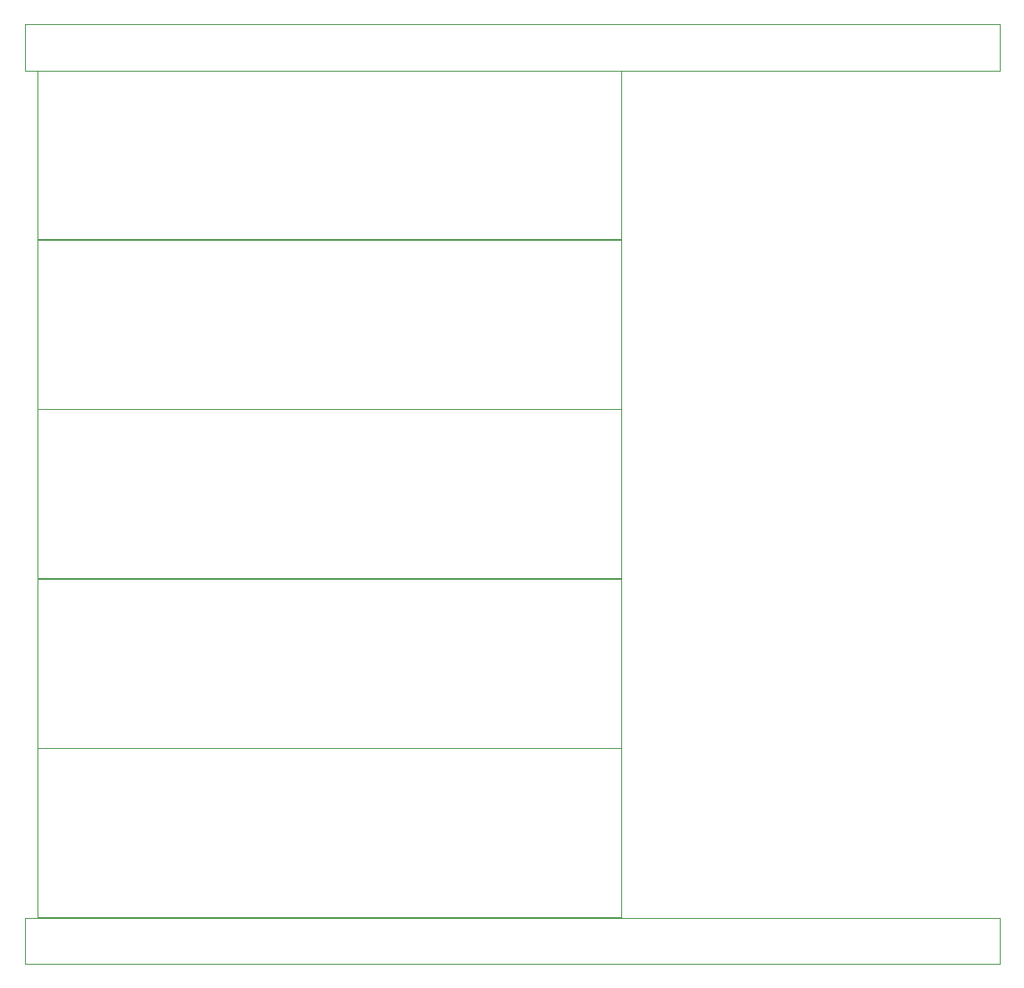
<source format=gbr>
%TF.GenerationSoftware,KiCad,Pcbnew,(6.0.1)*%
%TF.CreationDate,2022-05-20T08:55:55-05:00*%
%TF.ProjectId,modulo_2,6d6f6475-6c6f-45f3-922e-6b696361645f,rev?*%
%TF.SameCoordinates,Original*%
%TF.FileFunction,Profile,NP*%
%FSLAX46Y46*%
G04 Gerber Fmt 4.6, Leading zero omitted, Abs format (unit mm)*
G04 Created by KiCad (PCBNEW (6.0.1)) date 2022-05-20 08:55:55*
%MOMM*%
%LPD*%
G01*
G04 APERTURE LIST*
%TA.AperFunction,Profile*%
%ADD10C,0.050000*%
%TD*%
G04 APERTURE END LIST*
D10*
X61645757Y-59385200D02*
X120878557Y-59385200D01*
X120878557Y-59385200D02*
X120878557Y-76555600D01*
X120878557Y-76555600D02*
X61645757Y-76555600D01*
X61645757Y-76555600D02*
X61645757Y-59385200D01*
X60299600Y-37436800D02*
X159299600Y-37436800D01*
X159299600Y-37436800D02*
X159299600Y-42164000D01*
X159299600Y-42164000D02*
X60299600Y-42164000D01*
X60299600Y-42164000D02*
X60299600Y-37436800D01*
X61620400Y-111048800D02*
X120853200Y-111048800D01*
X120853200Y-111048800D02*
X120853200Y-128219200D01*
X120853200Y-128219200D02*
X61620400Y-128219200D01*
X61620400Y-128219200D02*
X61620400Y-111048800D01*
X61620400Y-76607583D02*
X120853200Y-76607583D01*
X120853200Y-76607583D02*
X120853200Y-93777983D01*
X120853200Y-93777983D02*
X61620400Y-93777983D01*
X61620400Y-93777983D02*
X61620400Y-76607583D01*
X61620400Y-93827600D02*
X120853200Y-93827600D01*
X120853200Y-93827600D02*
X120853200Y-110998000D01*
X120853200Y-110998000D02*
X61620400Y-110998000D01*
X61620400Y-110998000D02*
X61620400Y-93827600D01*
X61645800Y-42164000D02*
X120878600Y-42164000D01*
X120878600Y-42164000D02*
X120878600Y-59334400D01*
X120878600Y-59334400D02*
X61645800Y-59334400D01*
X61645800Y-59334400D02*
X61645800Y-42164000D01*
X60299600Y-128270000D02*
X159299600Y-128270000D01*
X159299600Y-128270000D02*
X159299600Y-132997200D01*
X159299600Y-132997200D02*
X60299600Y-132997200D01*
X60299600Y-132997200D02*
X60299600Y-128270000D01*
M02*

</source>
